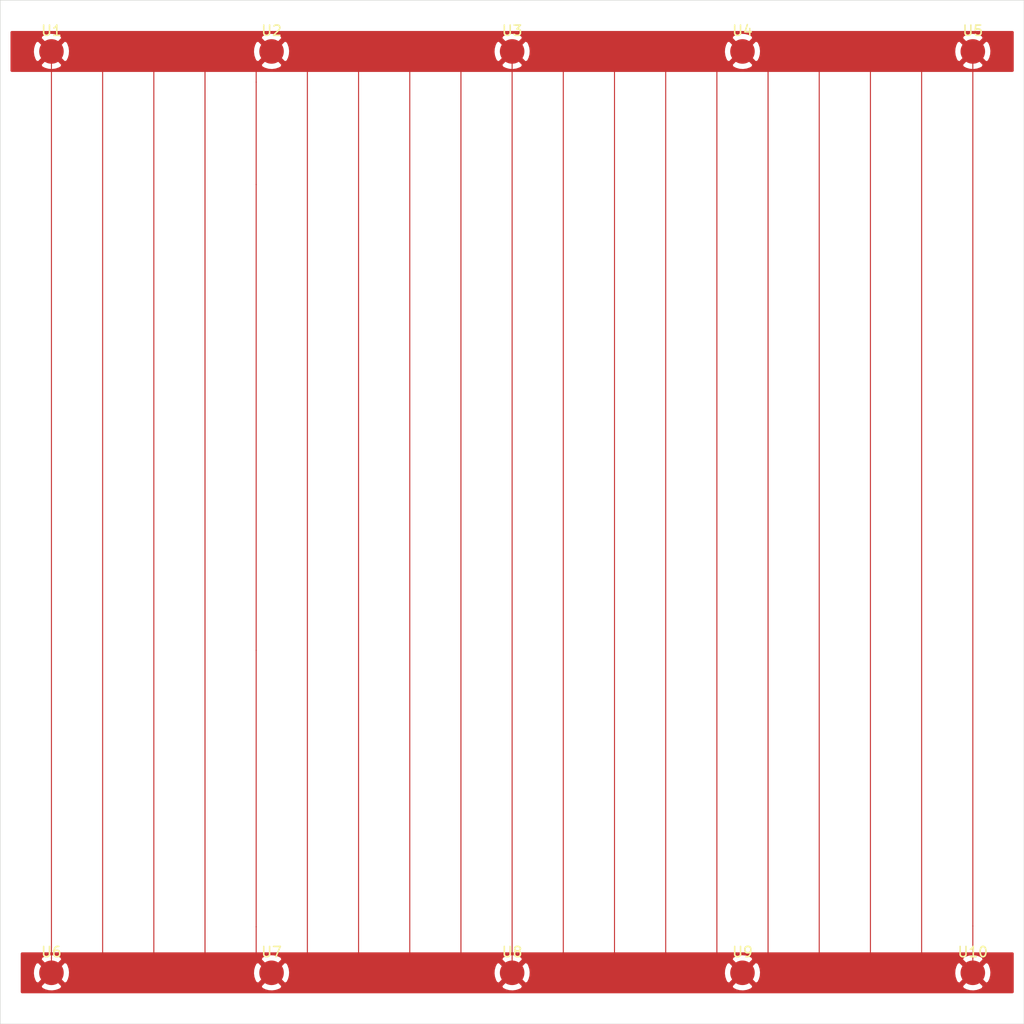
<source format=kicad_pcb>
(kicad_pcb (version 20171130) (host pcbnew 5.1.5-1.fc30)

  (general
    (thickness 1.6)
    (drawings 4)
    (tracks 26)
    (zones 0)
    (modules 10)
    (nets 2)
  )

  (page A4)
  (layers
    (0 F.Cu signal)
    (31 B.Cu signal)
    (32 B.Adhes user)
    (33 F.Adhes user)
    (34 B.Paste user)
    (35 F.Paste user)
    (36 B.SilkS user)
    (37 F.SilkS user)
    (38 B.Mask user)
    (39 F.Mask user)
    (40 Dwgs.User user)
    (41 Cmts.User user)
    (42 Eco1.User user)
    (43 Eco2.User user)
    (44 Edge.Cuts user)
    (45 Margin user)
    (46 B.CrtYd user)
    (47 F.CrtYd user)
    (48 B.Fab user)
    (49 F.Fab user)
  )

  (setup
    (last_trace_width 0.1)
    (trace_clearance 0.2)
    (zone_clearance 0.508)
    (zone_45_only no)
    (trace_min 0.1)
    (via_size 0.8)
    (via_drill 0.4)
    (via_min_size 0.4)
    (via_min_drill 0.3)
    (uvia_size 0.3)
    (uvia_drill 0.1)
    (uvias_allowed no)
    (uvia_min_size 0.2)
    (uvia_min_drill 0.1)
    (edge_width 0.05)
    (segment_width 0.2)
    (pcb_text_width 0.3)
    (pcb_text_size 1.5 1.5)
    (mod_edge_width 0.12)
    (mod_text_size 1 1)
    (mod_text_width 0.15)
    (pad_size 1.524 1.524)
    (pad_drill 0.762)
    (pad_to_mask_clearance 0.051)
    (solder_mask_min_width 0.25)
    (aux_axis_origin 0 0)
    (grid_origin 50 45)
    (visible_elements FFFFFF7F)
    (pcbplotparams
      (layerselection 0x010fc_ffffffff)
      (usegerberextensions false)
      (usegerberattributes false)
      (usegerberadvancedattributes false)
      (creategerberjobfile false)
      (excludeedgelayer true)
      (linewidth 0.100000)
      (plotframeref false)
      (viasonmask false)
      (mode 1)
      (useauxorigin false)
      (hpglpennumber 1)
      (hpglpenspeed 20)
      (hpglpendiameter 15.000000)
      (psnegative false)
      (psa4output false)
      (plotreference true)
      (plotvalue true)
      (plotinvisibletext false)
      (padsonsilk false)
      (subtractmaskfromsilk false)
      (outputformat 1)
      (mirror false)
      (drillshape 0)
      (scaleselection 1)
      (outputdirectory "/home/kdunne/git/alphaSU-haloscopes/pcb-haloscope/gerbers/"))
  )

  (net 0 "")
  (net 1 "Net-(U1-Pad1)")

  (net_class Default "This is the default net class."
    (clearance 0.2)
    (trace_width 0.1)
    (via_dia 0.8)
    (via_drill 0.4)
    (uvia_dia 0.3)
    (uvia_drill 0.1)
    (add_net "Net-(U1-Pad1)")
  )

  (module alpha:BTB-70-9150-001-030-006 (layer F.Cu) (tedit 60EAC5EE) (tstamp 60EB19A2)
    (at 55 50)
    (path /60EAC6FE)
    (attr smd)
    (fp_text reference U1 (at 0 -2.032) (layer F.SilkS)
      (effects (font (size 1 1) (thickness 0.15)))
    )
    (fp_text value POGO (at 9.398 -3.556) (layer F.Fab) hide
      (effects (font (size 1 1) (thickness 0.15)))
    )
    (pad 1 smd circle (at 0 0) (size 2.4 2.4) (layers F.Cu F.Paste F.Mask)
      (net 1 "Net-(U1-Pad1)"))
  )

  (module alpha:BTB-70-9150-001-030-006 (layer F.Cu) (tedit 60EAC5EE) (tstamp 60EB19A7)
    (at 76.5 50)
    (path /60EACC9E)
    (attr smd)
    (fp_text reference U2 (at 0 -2.032) (layer F.SilkS)
      (effects (font (size 1 1) (thickness 0.15)))
    )
    (fp_text value POGO (at 9.398 -3.556) (layer F.Fab) hide
      (effects (font (size 1 1) (thickness 0.15)))
    )
    (pad 1 smd circle (at 0 0) (size 2.4 2.4) (layers F.Cu F.Paste F.Mask)
      (net 1 "Net-(U1-Pad1)"))
  )

  (module alpha:BTB-70-9150-001-030-006 (layer F.Cu) (tedit 60EAC5EE) (tstamp 60EB1AF2)
    (at 100 50)
    (path /60EACDC3)
    (attr smd)
    (fp_text reference U3 (at 0 -2.032) (layer F.SilkS)
      (effects (font (size 1 1) (thickness 0.15)))
    )
    (fp_text value POGO (at 9.398 -3.556) (layer F.Fab) hide
      (effects (font (size 1 1) (thickness 0.15)))
    )
    (pad 1 smd circle (at 0 0) (size 2.4 2.4) (layers F.Cu F.Paste F.Mask)
      (net 1 "Net-(U1-Pad1)"))
  )

  (module alpha:BTB-70-9150-001-030-006 (layer F.Cu) (tedit 60EAC5EE) (tstamp 60EB19B1)
    (at 122.5 50)
    (path /60EACF39)
    (attr smd)
    (fp_text reference U4 (at 0 -2.032) (layer F.SilkS)
      (effects (font (size 1 1) (thickness 0.15)))
    )
    (fp_text value POGO (at 9.398 -3.556) (layer F.Fab) hide
      (effects (font (size 1 1) (thickness 0.15)))
    )
    (pad 1 smd circle (at 0 0) (size 2.4 2.4) (layers F.Cu F.Paste F.Mask)
      (net 1 "Net-(U1-Pad1)"))
  )

  (module alpha:BTB-70-9150-001-030-006 (layer F.Cu) (tedit 60EAC5EE) (tstamp 60EB19B6)
    (at 145 50)
    (path /60EAD180)
    (attr smd)
    (fp_text reference U5 (at 0 -2.032) (layer F.SilkS)
      (effects (font (size 1 1) (thickness 0.15)))
    )
    (fp_text value POGO (at 9.398 -3.556) (layer F.Fab) hide
      (effects (font (size 1 1) (thickness 0.15)))
    )
    (pad 1 smd circle (at 0 0) (size 2.4 2.4) (layers F.Cu F.Paste F.Mask)
      (net 1 "Net-(U1-Pad1)"))
  )

  (module alpha:BTB-70-9150-001-030-006 (layer F.Cu) (tedit 60EAC5EE) (tstamp 60EB19BB)
    (at 55 140)
    (path /60EAD305)
    (attr smd)
    (fp_text reference U6 (at 0 -2.032) (layer F.SilkS)
      (effects (font (size 1 1) (thickness 0.15)))
    )
    (fp_text value POGO (at 9.398 -3.556) (layer F.Fab) hide
      (effects (font (size 1 1) (thickness 0.15)))
    )
    (pad 1 smd circle (at 0 0) (size 2.4 2.4) (layers F.Cu F.Paste F.Mask)
      (net 1 "Net-(U1-Pad1)"))
  )

  (module alpha:BTB-70-9150-001-030-006 (layer F.Cu) (tedit 60EAC5EE) (tstamp 60EB1C07)
    (at 76.5 140)
    (path /60EAD43F)
    (attr smd)
    (fp_text reference U7 (at 0 -2.032) (layer F.SilkS)
      (effects (font (size 1 1) (thickness 0.15)))
    )
    (fp_text value POGO (at 9.398 -3.556) (layer F.Fab) hide
      (effects (font (size 1 1) (thickness 0.15)))
    )
    (pad 1 smd circle (at 0 0) (size 2.4 2.4) (layers F.Cu F.Paste F.Mask)
      (net 1 "Net-(U1-Pad1)"))
  )

  (module alpha:BTB-70-9150-001-030-006 (layer F.Cu) (tedit 60EAC5EE) (tstamp 60EB19C5)
    (at 100 140)
    (path /60EAD718)
    (attr smd)
    (fp_text reference U8 (at 0 -2.032) (layer F.SilkS)
      (effects (font (size 1 1) (thickness 0.15)))
    )
    (fp_text value POGO (at 9.398 -3.556) (layer F.Fab) hide
      (effects (font (size 1 1) (thickness 0.15)))
    )
    (pad 1 smd circle (at 0 0) (size 2.4 2.4) (layers F.Cu F.Paste F.Mask)
      (net 1 "Net-(U1-Pad1)"))
  )

  (module alpha:BTB-70-9150-001-030-006 (layer F.Cu) (tedit 60EAC5EE) (tstamp 60EB19CA)
    (at 122.5 140)
    (path /60EAD887)
    (attr smd)
    (fp_text reference U9 (at 0 -2.032) (layer F.SilkS)
      (effects (font (size 1 1) (thickness 0.15)))
    )
    (fp_text value POGO (at 9.398 -3.556) (layer F.Fab) hide
      (effects (font (size 1 1) (thickness 0.15)))
    )
    (pad 1 smd circle (at 0 0) (size 2.4 2.4) (layers F.Cu F.Paste F.Mask)
      (net 1 "Net-(U1-Pad1)"))
  )

  (module alpha:BTB-70-9150-001-030-006 (layer F.Cu) (tedit 60EAC5EE) (tstamp 60EB19CF)
    (at 145 140)
    (path /60EADA47)
    (attr smd)
    (fp_text reference U10 (at 0 -2.032) (layer F.SilkS)
      (effects (font (size 1 1) (thickness 0.15)))
    )
    (fp_text value POGO (at 9.398 -3.556) (layer F.Fab) hide
      (effects (font (size 1 1) (thickness 0.15)))
    )
    (pad 1 smd circle (at 0 0) (size 2.4 2.4) (layers F.Cu F.Paste F.Mask)
      (net 1 "Net-(U1-Pad1)"))
  )

  (gr_line (start 50 145) (end 50 45) (layer Edge.Cuts) (width 0.05) (tstamp 60EB1A20))
  (gr_line (start 150 145) (end 50 145) (layer Edge.Cuts) (width 0.05))
  (gr_line (start 150 45) (end 150 145) (layer Edge.Cuts) (width 0.05))
  (gr_line (start 50 45) (end 150 45) (layer Edge.Cuts) (width 0.05))

  (segment (start 60 140) (end 60 50) (width 0.1) (layer F.Cu) (net 1))
  (segment (start 65 50) (end 65 140) (width 0.1) (layer F.Cu) (net 1))
  (segment (start 70 140) (end 70 50) (width 0.1) (layer F.Cu) (net 1))
  (segment (start 80 140) (end 80 51) (width 0.1) (layer F.Cu) (net 1))
  (segment (start 85 50.5) (end 85 140) (width 0.1) (layer F.Cu) (net 1))
  (segment (start 90 139.5) (end 90 50) (width 0.1) (layer F.Cu) (net 1))
  (segment (start 95 50) (end 95 140) (width 0.1) (layer F.Cu) (net 1))
  (segment (start 105 50.5) (end 105 139.5) (width 0.1) (layer F.Cu) (net 1))
  (segment (start 110 140) (end 110 50.5) (width 0.1) (layer F.Cu) (net 1))
  (segment (start 115 50) (end 115 139.5) (width 0.1) (layer F.Cu) (net 1))
  (segment (start 120 140) (end 120 50.5) (width 0.1) (layer F.Cu) (net 1))
  (segment (start 125 50.5) (end 125 140) (width 0.1) (layer F.Cu) (net 1))
  (segment (start 130 140) (end 130 50) (width 0.1) (layer F.Cu) (net 1))
  (segment (start 135 50) (end 135 140.5) (width 0.1) (layer F.Cu) (net 1))
  (segment (start 140 140) (end 140 50.5) (width 0.1) (layer F.Cu) (net 1))
  (segment (start 55 50) (end 55 140) (width 0.1) (layer F.Cu) (net 1))
  (segment (start 76.5 50) (end 75.300001 51.199999) (width 0.1) (layer F.Cu) (net 1))
  (segment (start 75.300001 51.199999) (end 75 51.5) (width 0.1) (layer F.Cu) (net 1))
  (segment (start 75 51.5) (end 75 53) (width 0.1) (layer F.Cu) (net 1))
  (segment (start 75 53) (end 75 63) (width 0.1) (layer F.Cu) (net 1))
  (segment (start 75 63) (end 75 108.5) (width 0.1) (layer F.Cu) (net 1))
  (segment (start 75 108.5) (end 75 135.5) (width 0.1) (layer F.Cu) (net 1))
  (segment (start 75 135.5) (end 75 138.5) (width 0.1) (layer F.Cu) (net 1))
  (segment (start 100 140) (end 100 50) (width 0.1) (layer F.Cu) (net 1))
  (segment (start 145 135.424278) (end 145 140) (width 0.1) (layer F.Cu) (net 1))
  (segment (start 145 50) (end 145 135.424278) (width 0.1) (layer F.Cu) (net 1))

  (zone (net 1) (net_name "Net-(U1-Pad1)") (layer F.Cu) (tstamp 0) (hatch edge 0.508)
    (connect_pads (clearance 0.508))
    (min_thickness 0.254)
    (fill yes (arc_segments 32) (thermal_gap 0.508) (thermal_bridge_width 0.508))
    (polygon
      (pts
        (xy 149 52) (xy 51 52) (xy 51 48) (xy 149 48)
      )
    )
    (filled_polygon
      (pts
        (xy 148.873 51.873) (xy 51.127 51.873) (xy 51.127 51.27798) (xy 53.901626 51.27798) (xy 54.021514 51.562836)
        (xy 54.34521 51.723699) (xy 54.694069 51.818322) (xy 55.054684 51.843067) (xy 55.413198 51.796985) (xy 55.755833 51.681846)
        (xy 55.978486 51.562836) (xy 56.098374 51.27798) (xy 75.401626 51.27798) (xy 75.521514 51.562836) (xy 75.84521 51.723699)
        (xy 76.194069 51.818322) (xy 76.554684 51.843067) (xy 76.913198 51.796985) (xy 77.255833 51.681846) (xy 77.478486 51.562836)
        (xy 77.598374 51.27798) (xy 98.901626 51.27798) (xy 99.021514 51.562836) (xy 99.34521 51.723699) (xy 99.694069 51.818322)
        (xy 100.054684 51.843067) (xy 100.413198 51.796985) (xy 100.755833 51.681846) (xy 100.978486 51.562836) (xy 101.098374 51.27798)
        (xy 121.401626 51.27798) (xy 121.521514 51.562836) (xy 121.84521 51.723699) (xy 122.194069 51.818322) (xy 122.554684 51.843067)
        (xy 122.913198 51.796985) (xy 123.255833 51.681846) (xy 123.478486 51.562836) (xy 123.598374 51.27798) (xy 143.901626 51.27798)
        (xy 144.021514 51.562836) (xy 144.34521 51.723699) (xy 144.694069 51.818322) (xy 145.054684 51.843067) (xy 145.413198 51.796985)
        (xy 145.755833 51.681846) (xy 145.978486 51.562836) (xy 146.098374 51.27798) (xy 145 50.179605) (xy 143.901626 51.27798)
        (xy 123.598374 51.27798) (xy 122.5 50.179605) (xy 121.401626 51.27798) (xy 101.098374 51.27798) (xy 100 50.179605)
        (xy 98.901626 51.27798) (xy 77.598374 51.27798) (xy 76.5 50.179605) (xy 75.401626 51.27798) (xy 56.098374 51.27798)
        (xy 55 50.179605) (xy 53.901626 51.27798) (xy 51.127 51.27798) (xy 51.127 50.054684) (xy 53.156933 50.054684)
        (xy 53.203015 50.413198) (xy 53.318154 50.755833) (xy 53.437164 50.978486) (xy 53.72202 51.098374) (xy 54.820395 50)
        (xy 55.179605 50) (xy 56.27798 51.098374) (xy 56.562836 50.978486) (xy 56.723699 50.65479) (xy 56.818322 50.305931)
        (xy 56.835562 50.054684) (xy 74.656933 50.054684) (xy 74.703015 50.413198) (xy 74.818154 50.755833) (xy 74.937164 50.978486)
        (xy 75.22202 51.098374) (xy 76.320395 50) (xy 76.679605 50) (xy 77.77798 51.098374) (xy 78.062836 50.978486)
        (xy 78.223699 50.65479) (xy 78.318322 50.305931) (xy 78.335562 50.054684) (xy 98.156933 50.054684) (xy 98.203015 50.413198)
        (xy 98.318154 50.755833) (xy 98.437164 50.978486) (xy 98.72202 51.098374) (xy 99.820395 50) (xy 100.179605 50)
        (xy 101.27798 51.098374) (xy 101.562836 50.978486) (xy 101.723699 50.65479) (xy 101.818322 50.305931) (xy 101.835562 50.054684)
        (xy 120.656933 50.054684) (xy 120.703015 50.413198) (xy 120.818154 50.755833) (xy 120.937164 50.978486) (xy 121.22202 51.098374)
        (xy 122.320395 50) (xy 122.679605 50) (xy 123.77798 51.098374) (xy 124.062836 50.978486) (xy 124.223699 50.65479)
        (xy 124.318322 50.305931) (xy 124.335562 50.054684) (xy 143.156933 50.054684) (xy 143.203015 50.413198) (xy 143.318154 50.755833)
        (xy 143.437164 50.978486) (xy 143.72202 51.098374) (xy 144.820395 50) (xy 145.179605 50) (xy 146.27798 51.098374)
        (xy 146.562836 50.978486) (xy 146.723699 50.65479) (xy 146.818322 50.305931) (xy 146.843067 49.945316) (xy 146.796985 49.586802)
        (xy 146.681846 49.244167) (xy 146.562836 49.021514) (xy 146.27798 48.901626) (xy 145.179605 50) (xy 144.820395 50)
        (xy 143.72202 48.901626) (xy 143.437164 49.021514) (xy 143.276301 49.34521) (xy 143.181678 49.694069) (xy 143.156933 50.054684)
        (xy 124.335562 50.054684) (xy 124.343067 49.945316) (xy 124.296985 49.586802) (xy 124.181846 49.244167) (xy 124.062836 49.021514)
        (xy 123.77798 48.901626) (xy 122.679605 50) (xy 122.320395 50) (xy 121.22202 48.901626) (xy 120.937164 49.021514)
        (xy 120.776301 49.34521) (xy 120.681678 49.694069) (xy 120.656933 50.054684) (xy 101.835562 50.054684) (xy 101.843067 49.945316)
        (xy 101.796985 49.586802) (xy 101.681846 49.244167) (xy 101.562836 49.021514) (xy 101.27798 48.901626) (xy 100.179605 50)
        (xy 99.820395 50) (xy 98.72202 48.901626) (xy 98.437164 49.021514) (xy 98.276301 49.34521) (xy 98.181678 49.694069)
        (xy 98.156933 50.054684) (xy 78.335562 50.054684) (xy 78.343067 49.945316) (xy 78.296985 49.586802) (xy 78.181846 49.244167)
        (xy 78.062836 49.021514) (xy 77.77798 48.901626) (xy 76.679605 50) (xy 76.320395 50) (xy 75.22202 48.901626)
        (xy 74.937164 49.021514) (xy 74.776301 49.34521) (xy 74.681678 49.694069) (xy 74.656933 50.054684) (xy 56.835562 50.054684)
        (xy 56.843067 49.945316) (xy 56.796985 49.586802) (xy 56.681846 49.244167) (xy 56.562836 49.021514) (xy 56.27798 48.901626)
        (xy 55.179605 50) (xy 54.820395 50) (xy 53.72202 48.901626) (xy 53.437164 49.021514) (xy 53.276301 49.34521)
        (xy 53.181678 49.694069) (xy 53.156933 50.054684) (xy 51.127 50.054684) (xy 51.127 48.72202) (xy 53.901626 48.72202)
        (xy 55 49.820395) (xy 56.098374 48.72202) (xy 75.401626 48.72202) (xy 76.5 49.820395) (xy 77.598374 48.72202)
        (xy 98.901626 48.72202) (xy 100 49.820395) (xy 101.098374 48.72202) (xy 121.401626 48.72202) (xy 122.5 49.820395)
        (xy 123.598374 48.72202) (xy 143.901626 48.72202) (xy 145 49.820395) (xy 146.098374 48.72202) (xy 145.978486 48.437164)
        (xy 145.65479 48.276301) (xy 145.305931 48.181678) (xy 144.945316 48.156933) (xy 144.586802 48.203015) (xy 144.244167 48.318154)
        (xy 144.021514 48.437164) (xy 143.901626 48.72202) (xy 123.598374 48.72202) (xy 123.478486 48.437164) (xy 123.15479 48.276301)
        (xy 122.805931 48.181678) (xy 122.445316 48.156933) (xy 122.086802 48.203015) (xy 121.744167 48.318154) (xy 121.521514 48.437164)
        (xy 121.401626 48.72202) (xy 101.098374 48.72202) (xy 100.978486 48.437164) (xy 100.65479 48.276301) (xy 100.305931 48.181678)
        (xy 99.945316 48.156933) (xy 99.586802 48.203015) (xy 99.244167 48.318154) (xy 99.021514 48.437164) (xy 98.901626 48.72202)
        (xy 77.598374 48.72202) (xy 77.478486 48.437164) (xy 77.15479 48.276301) (xy 76.805931 48.181678) (xy 76.445316 48.156933)
        (xy 76.086802 48.203015) (xy 75.744167 48.318154) (xy 75.521514 48.437164) (xy 75.401626 48.72202) (xy 56.098374 48.72202)
        (xy 55.978486 48.437164) (xy 55.65479 48.276301) (xy 55.305931 48.181678) (xy 54.945316 48.156933) (xy 54.586802 48.203015)
        (xy 54.244167 48.318154) (xy 54.021514 48.437164) (xy 53.901626 48.72202) (xy 51.127 48.72202) (xy 51.127 48.127)
        (xy 148.873 48.127)
      )
    )
  )
  (zone (net 1) (net_name "Net-(U1-Pad1)") (layer F.Cu) (tstamp 0) (hatch edge 0.508)
    (connect_pads (clearance 0.508))
    (min_thickness 0.254)
    (fill yes (arc_segments 32) (thermal_gap 0.508) (thermal_bridge_width 0.508))
    (polygon
      (pts
        (xy 149 142) (xy 52 142) (xy 52 138) (xy 149 138)
      )
    )
    (filled_polygon
      (pts
        (xy 148.873 141.873) (xy 52.127 141.873) (xy 52.127 141.27798) (xy 53.901626 141.27798) (xy 54.021514 141.562836)
        (xy 54.34521 141.723699) (xy 54.694069 141.818322) (xy 55.054684 141.843067) (xy 55.413198 141.796985) (xy 55.755833 141.681846)
        (xy 55.978486 141.562836) (xy 56.098374 141.27798) (xy 75.401626 141.27798) (xy 75.521514 141.562836) (xy 75.84521 141.723699)
        (xy 76.194069 141.818322) (xy 76.554684 141.843067) (xy 76.913198 141.796985) (xy 77.255833 141.681846) (xy 77.478486 141.562836)
        (xy 77.598374 141.27798) (xy 98.901626 141.27798) (xy 99.021514 141.562836) (xy 99.34521 141.723699) (xy 99.694069 141.818322)
        (xy 100.054684 141.843067) (xy 100.413198 141.796985) (xy 100.755833 141.681846) (xy 100.978486 141.562836) (xy 101.098374 141.27798)
        (xy 121.401626 141.27798) (xy 121.521514 141.562836) (xy 121.84521 141.723699) (xy 122.194069 141.818322) (xy 122.554684 141.843067)
        (xy 122.913198 141.796985) (xy 123.255833 141.681846) (xy 123.478486 141.562836) (xy 123.598374 141.27798) (xy 143.901626 141.27798)
        (xy 144.021514 141.562836) (xy 144.34521 141.723699) (xy 144.694069 141.818322) (xy 145.054684 141.843067) (xy 145.413198 141.796985)
        (xy 145.755833 141.681846) (xy 145.978486 141.562836) (xy 146.098374 141.27798) (xy 145 140.179605) (xy 143.901626 141.27798)
        (xy 123.598374 141.27798) (xy 122.5 140.179605) (xy 121.401626 141.27798) (xy 101.098374 141.27798) (xy 100 140.179605)
        (xy 98.901626 141.27798) (xy 77.598374 141.27798) (xy 76.5 140.179605) (xy 75.401626 141.27798) (xy 56.098374 141.27798)
        (xy 55 140.179605) (xy 53.901626 141.27798) (xy 52.127 141.27798) (xy 52.127 140.054684) (xy 53.156933 140.054684)
        (xy 53.203015 140.413198) (xy 53.318154 140.755833) (xy 53.437164 140.978486) (xy 53.72202 141.098374) (xy 54.820395 140)
        (xy 55.179605 140) (xy 56.27798 141.098374) (xy 56.562836 140.978486) (xy 56.723699 140.65479) (xy 56.818322 140.305931)
        (xy 56.835562 140.054684) (xy 74.656933 140.054684) (xy 74.703015 140.413198) (xy 74.818154 140.755833) (xy 74.937164 140.978486)
        (xy 75.22202 141.098374) (xy 76.320395 140) (xy 76.679605 140) (xy 77.77798 141.098374) (xy 78.062836 140.978486)
        (xy 78.223699 140.65479) (xy 78.318322 140.305931) (xy 78.335562 140.054684) (xy 98.156933 140.054684) (xy 98.203015 140.413198)
        (xy 98.318154 140.755833) (xy 98.437164 140.978486) (xy 98.72202 141.098374) (xy 99.820395 140) (xy 100.179605 140)
        (xy 101.27798 141.098374) (xy 101.562836 140.978486) (xy 101.723699 140.65479) (xy 101.818322 140.305931) (xy 101.835562 140.054684)
        (xy 120.656933 140.054684) (xy 120.703015 140.413198) (xy 120.818154 140.755833) (xy 120.937164 140.978486) (xy 121.22202 141.098374)
        (xy 122.320395 140) (xy 122.679605 140) (xy 123.77798 141.098374) (xy 124.062836 140.978486) (xy 124.223699 140.65479)
        (xy 124.318322 140.305931) (xy 124.335562 140.054684) (xy 143.156933 140.054684) (xy 143.203015 140.413198) (xy 143.318154 140.755833)
        (xy 143.437164 140.978486) (xy 143.72202 141.098374) (xy 144.820395 140) (xy 145.179605 140) (xy 146.27798 141.098374)
        (xy 146.562836 140.978486) (xy 146.723699 140.65479) (xy 146.818322 140.305931) (xy 146.843067 139.945316) (xy 146.796985 139.586802)
        (xy 146.681846 139.244167) (xy 146.562836 139.021514) (xy 146.27798 138.901626) (xy 145.179605 140) (xy 144.820395 140)
        (xy 143.72202 138.901626) (xy 143.437164 139.021514) (xy 143.276301 139.34521) (xy 143.181678 139.694069) (xy 143.156933 140.054684)
        (xy 124.335562 140.054684) (xy 124.343067 139.945316) (xy 124.296985 139.586802) (xy 124.181846 139.244167) (xy 124.062836 139.021514)
        (xy 123.77798 138.901626) (xy 122.679605 140) (xy 122.320395 140) (xy 121.22202 138.901626) (xy 120.937164 139.021514)
        (xy 120.776301 139.34521) (xy 120.681678 139.694069) (xy 120.656933 140.054684) (xy 101.835562 140.054684) (xy 101.843067 139.945316)
        (xy 101.796985 139.586802) (xy 101.681846 139.244167) (xy 101.562836 139.021514) (xy 101.27798 138.901626) (xy 100.179605 140)
        (xy 99.820395 140) (xy 98.72202 138.901626) (xy 98.437164 139.021514) (xy 98.276301 139.34521) (xy 98.181678 139.694069)
        (xy 98.156933 140.054684) (xy 78.335562 140.054684) (xy 78.343067 139.945316) (xy 78.296985 139.586802) (xy 78.181846 139.244167)
        (xy 78.062836 139.021514) (xy 77.77798 138.901626) (xy 76.679605 140) (xy 76.320395 140) (xy 75.22202 138.901626)
        (xy 74.937164 139.021514) (xy 74.776301 139.34521) (xy 74.681678 139.694069) (xy 74.656933 140.054684) (xy 56.835562 140.054684)
        (xy 56.843067 139.945316) (xy 56.796985 139.586802) (xy 56.681846 139.244167) (xy 56.562836 139.021514) (xy 56.27798 138.901626)
        (xy 55.179605 140) (xy 54.820395 140) (xy 53.72202 138.901626) (xy 53.437164 139.021514) (xy 53.276301 139.34521)
        (xy 53.181678 139.694069) (xy 53.156933 140.054684) (xy 52.127 140.054684) (xy 52.127 138.72202) (xy 53.901626 138.72202)
        (xy 55 139.820395) (xy 56.098374 138.72202) (xy 75.401626 138.72202) (xy 76.5 139.820395) (xy 77.598374 138.72202)
        (xy 98.901626 138.72202) (xy 100 139.820395) (xy 101.098374 138.72202) (xy 121.401626 138.72202) (xy 122.5 139.820395)
        (xy 123.598374 138.72202) (xy 143.901626 138.72202) (xy 145 139.820395) (xy 146.098374 138.72202) (xy 145.978486 138.437164)
        (xy 145.65479 138.276301) (xy 145.305931 138.181678) (xy 144.945316 138.156933) (xy 144.586802 138.203015) (xy 144.244167 138.318154)
        (xy 144.021514 138.437164) (xy 143.901626 138.72202) (xy 123.598374 138.72202) (xy 123.478486 138.437164) (xy 123.15479 138.276301)
        (xy 122.805931 138.181678) (xy 122.445316 138.156933) (xy 122.086802 138.203015) (xy 121.744167 138.318154) (xy 121.521514 138.437164)
        (xy 121.401626 138.72202) (xy 101.098374 138.72202) (xy 100.978486 138.437164) (xy 100.65479 138.276301) (xy 100.305931 138.181678)
        (xy 99.945316 138.156933) (xy 99.586802 138.203015) (xy 99.244167 138.318154) (xy 99.021514 138.437164) (xy 98.901626 138.72202)
        (xy 77.598374 138.72202) (xy 77.478486 138.437164) (xy 77.15479 138.276301) (xy 76.805931 138.181678) (xy 76.445316 138.156933)
        (xy 76.086802 138.203015) (xy 75.744167 138.318154) (xy 75.521514 138.437164) (xy 75.401626 138.72202) (xy 56.098374 138.72202)
        (xy 55.978486 138.437164) (xy 55.65479 138.276301) (xy 55.305931 138.181678) (xy 54.945316 138.156933) (xy 54.586802 138.203015)
        (xy 54.244167 138.318154) (xy 54.021514 138.437164) (xy 53.901626 138.72202) (xy 52.127 138.72202) (xy 52.127 138.127)
        (xy 148.873 138.127)
      )
    )
  )
)

</source>
